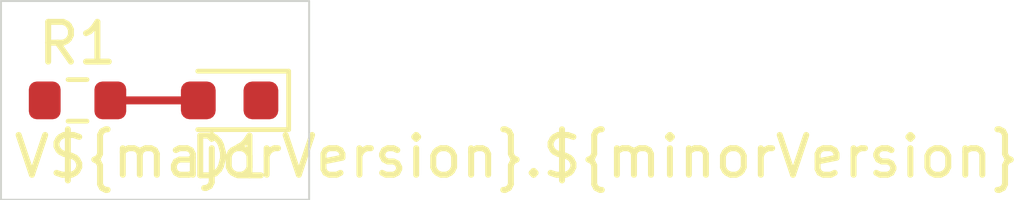
<source format=kicad_pcb>
(kicad_pcb (version 20240108) (generator "pcbnew") (generator_version "8.0")
  (title_block (rev "V1.2"))
  (layers (0 "F.Cu" signal) (31 "B.Cu" signal) (34 "B.Paste" user) (35 "F.Paste" user) (36 "B.SilkS" user "B.Silkscreen") (37 "F.SilkS" user "F.Silkscreen") (38 "B.Mask" user) (39 "F.Mask" user) (44 "Edge.Cuts" user))
  (net 0 "")
  (net 1 "GND")
  (net 2 "Net-(D1-A)")
  (net 3 "+5V")
  (footprint "LED_SMD:LED_0603_1608Metric" (layer "F.Cu") (at 163 103 180)
    (property "Reference" "D1" (at 0 -1.43 0) (layer "F.SilkS"))
    (property "Value" "LED")
    (fp_line (start 0.8 -0.735) (end -1.485 -0.735) (stroke (width 0.12)) (layer "F.SilkS"))
    (fp_line (start -1.485 0.735) (end 0.8 0.735) (stroke (width 0.12)) (layer "F.SilkS"))
    (fp_line (start -1.485 -0.735) (end -1.485 0.735) (stroke (width 0.12)) (layer "F.SilkS"))
    (pad "1" smd roundrect (at -0.7875 0 180) (size 0.875 0.95) (layers "F.Cu" "F.Paste" "F.Mask") (net 1 "GND"))
    (pad "2" smd roundrect (at 0.7875 0 180) (size 0.875 0.95) (layers "F.Cu" "F.Paste" "F.Mask") (net 2 "Net-(D1-A)"))
  )
  (footprint "Resistor_SMD:R_0603_1608Metric" (layer "F.Cu") (at 159.175 103)
    (property "Reference" "R1" (at 0 -1.43 0) (layer "F.SilkS"))
    (property "Value" "R")
    (fp_line (start -0.237258 -0.5225) (end 0.237258 -0.5225) (stroke (width 0.12)) (layer "F.SilkS"))
    (fp_line (start -0.237258 0.5225) (end 0.237258 0.5225) (stroke (width 0.12)) (layer "F.SilkS"))
    (pad "1" smd roundrect (at -0.825 0) (size 0.8 0.95) (layers "F.Cu" "F.Paste" "F.Mask") (net 3 "+5V"))
    (pad "2" smd roundrect (at 0.825 0) (size 0.8 0.95) (layers "F.Cu" "F.Paste" "F.Mask") (net 2 "Net-(D1-A)"))
  )
  (gr_rect (start 157.25 100.5) (end 165 105.5) (stroke (width 0.05)) (fill none) (layer "Edge.Cuts"))
  (gr_text "V${majorVersion}.${minorVersion}" (at 157.5 105 0) (layer "F.SilkS") (effects (font (size 1 1)) (justify left bottom)))
  (segment (start 160 103) (end 162.2125 103) (width 0.2) (layer "F.Cu") (net 2))
)
</source>
